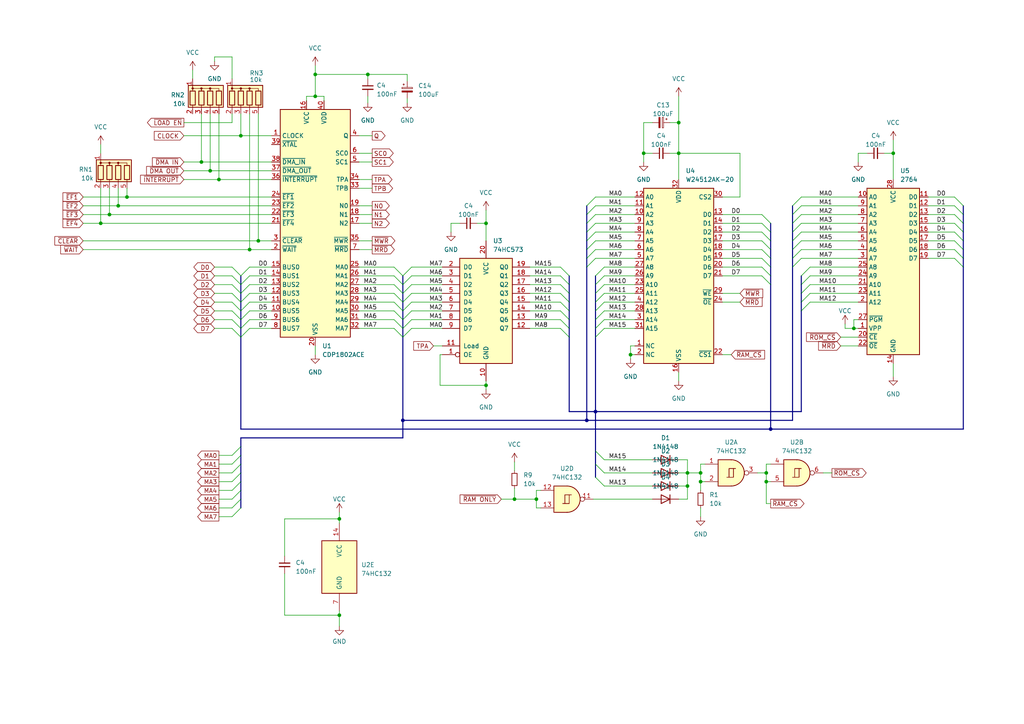
<source format=kicad_sch>
(kicad_sch (version 20230121) (generator eeschema)
  (paper "A4")
  (title_block (title "CPU and memories") (date "2023-04-25") (rev "1") (company "ZLED"))
  (lib_symbols
    (symbol "74xx:74LS132" (pin_names (offset 1.016))
      (property "Reference" "U" (at 0 1.27 0))
      (property "Value" "74LS132" (at 0 -1.27 0))
      (symbol "74LS132_1_1"
        (pin input line (at -7.62 2.54 0) (length 3.81) (name "~") (number "1"))
        (pin input line (at -7.62 -2.54 0) (length 3.81) (name "~") (number "2"))
        (pin output inverted (at 7.62 0 180) (length 3.81) (name "~") (number "3"))
      )
      (symbol "74LS132_1_2"
        (pin input inverted (at -7.62 2.54 0) (length 4.318) (name "~") (number "1"))
        (pin input inverted (at -7.62 -2.54 0) (length 4.318) (name "~") (number "2"))
        (pin output line (at 7.62 0 180) (length 3.81) (name "~") (number "3"))
      )
      (symbol "74LS132_2_1"
        (pin input line (at -7.62 2.54 0) (length 3.81) (name "~") (number "4"))
        (pin input line (at -7.62 -2.54 0) (length 3.81) (name "~") (number "5"))
        (pin output inverted (at 7.62 0 180) (length 3.81) (name "~") (number "6"))
      )
      (symbol "74LS132_2_2"
        (pin input inverted (at -7.62 2.54 0) (length 4.318) (name "~") (number "4"))
        (pin input inverted (at -7.62 -2.54 0) (length 4.318) (name "~") (number "5"))
        (pin output line (at 7.62 0 180) (length 3.81) (name "~") (number "6"))
      )
      (symbol "74LS132_3_1"
        (pin input line (at -7.62 -2.54 0) (length 3.81) (name "~") (number "10"))
        (pin output inverted (at 7.62 0 180) (length 3.81) (name "~") (number "8"))
        (pin input line (at -7.62 2.54 0) (length 3.81) (name "~") (number "9"))
      )
      (symbol "74LS132_3_2"
        (pin input inverted (at -7.62 -2.54 0) (length 4.318) (name "~") (number "10"))
        (pin output line (at 7.62 0 180) (length 3.81) (name "~") (number "8"))
        (pin input inverted (at -7.62 2.54 0) (length 4.318) (name "~") (number "9"))
      )
      (symbol "74LS132_4_1"
        (pin output inverted (at 7.62 0 180) (length 3.81) (name "~") (number "11"))
        (pin input line (at -7.62 2.54 0) (length 3.81) (name "~") (number "12"))
        (pin input line (at -7.62 -2.54 0) (length 3.81) (name "~") (number "13"))
      )
      (symbol "74LS132_4_2"
        (pin output line (at 7.62 0 180) (length 3.81) (name "~") (number "11"))
        (pin input inverted (at -7.62 2.54 0) (length 4.318) (name "~") (number "12"))
        (pin input inverted (at -7.62 -2.54 0) (length 4.318) (name "~") (number "13"))
      )
      (symbol "74LS132_5_0"
        (pin power_in line (at 0 12.7 270) (length 5.08) (name "VCC") (number "14"))
        (pin power_in line (at 0 -12.7 90) (length 5.08) (name "GND") (number "7"))
      )
    )
    (symbol "74xx:74LS573" (pin_names (offset 1.016))
      (property "Reference" "U" (at -7.62 16.51 0))
      (property "Value" "74LS573" (at -7.62 -16.51 0))
      (symbol "74LS573_1_0"
        (pin input inverted (at -12.7 -12.7 0) (length 5.08) (name "OE") (number "1"))
        (pin power_in line (at 0 -20.32 90) (length 5.08) (name "GND") (number "10"))
        (pin input line (at -12.7 -10.16 0) (length 5.08) (name "Load") (number "11"))
        (pin tri_state line (at 12.7 -5.08 180) (length 5.08) (name "Q7") (number "12"))
        (pin tri_state line (at 12.7 -2.54 180) (length 5.08) (name "Q6") (number "13"))
        (pin tri_state line (at 12.7 0 180) (length 5.08) (name "Q5") (number "14"))
        (pin tri_state line (at 12.7 2.54 180) (length 5.08) (name "Q4") (number "15"))
        (pin tri_state line (at 12.7 5.08 180) (length 5.08) (name "Q3") (number "16"))
        (pin tri_state line (at 12.7 7.62 180) (length 5.08) (name "Q2") (number "17"))
        (pin tri_state line (at 12.7 10.16 180) (length 5.08) (name "Q1") (number "18"))
        (pin tri_state line (at 12.7 12.7 180) (length 5.08) (name "Q0") (number "19"))
        (pin input line (at -12.7 12.7 0) (length 5.08) (name "D0") (number "2"))
        (pin power_in line (at 0 20.32 270) (length 5.08) (name "VCC") (number "20"))
        (pin input line (at -12.7 10.16 0) (length 5.08) (name "D1") (number "3"))
        (pin input line (at -12.7 7.62 0) (length 5.08) (name "D2") (number "4"))
        (pin input line (at -12.7 5.08 0) (length 5.08) (name "D3") (number "5"))
        (pin input line (at -12.7 2.54 0) (length 5.08) (name "D4") (number "6"))
        (pin input line (at -12.7 0 0) (length 5.08) (name "D5") (number "7"))
        (pin input line (at -12.7 -2.54 0) (length 5.08) (name "D6") (number "8"))
        (pin input line (at -12.7 -5.08 0) (length 5.08) (name "D7") (number "9"))
      )
    )
    (symbol "CPU:CDP1802ACE"
      (property "Reference" "U" (at -10.16 34.29 0))
      (property "Value" "CDP1802ACE" (at 3.81 34.29 0))
      (symbol "CDP1802ACE_1_1"
        (pin input line (at -12.7 25.4 0) (length 2.54) (name "CLOCK") (number "1"))
        (pin bidirectional line (at -12.7 -25.4 0) (length 2.54) (name "BUS5") (number "10"))
        (pin bidirectional line (at -12.7 -22.86 0) (length 2.54) (name "BUS4") (number "11"))
        (pin bidirectional line (at -12.7 -20.32 0) (length 2.54) (name "BUS3") (number "12"))
        (pin bidirectional line (at -12.7 -17.78 0) (length 2.54) (name "BUS2") (number "13"))
        (pin bidirectional line (at -12.7 -15.24 0) (length 2.54) (name "BUS1") (number "14"))
        (pin bidirectional line (at -12.7 -12.7 0) (length 2.54) (name "BUS0") (number "15"))
        (pin power_in line (at -2.54 35.56 270) (length 2.54) (name "VCC") (number "16"))
        (pin output line (at 12.7 0 180) (length 2.54) (name "N2") (number "17"))
        (pin output line (at 12.7 2.54 180) (length 2.54) (name "N1") (number "18"))
        (pin output line (at 12.7 5.08 180) (length 2.54) (name "N0") (number "19"))
        (pin input line (at -12.7 -7.62 0) (length 2.54) (name "~{WAIT}") (number "2"))
        (pin power_in line (at 0 -35.56 90) (length 2.54) (name "VSS") (number "20"))
        (pin input line (at -12.7 0 0) (length 2.54) (name "~{EF4}") (number "21"))
        (pin input line (at -12.7 2.54 0) (length 2.54) (name "~{EF3}") (number "22"))
        (pin input line (at -12.7 5.08 0) (length 2.54) (name "~{EF2}") (number "23"))
        (pin input line (at -12.7 7.62 0) (length 2.54) (name "~{EF1}") (number "24"))
        (pin output line (at 12.7 -12.7 180) (length 2.54) (name "MA0") (number "25"))
        (pin output line (at 12.7 -15.24 180) (length 2.54) (name "MA1") (number "26"))
        (pin output line (at 12.7 -17.78 180) (length 2.54) (name "MA2") (number "27"))
        (pin output line (at 12.7 -20.32 180) (length 2.54) (name "MA3") (number "28"))
        (pin output line (at 12.7 -22.86 180) (length 2.54) (name "MA4") (number "29"))
        (pin input line (at -12.7 -5.08 0) (length 2.54) (name "~{CLEAR}") (number "3"))
        (pin output line (at 12.7 -25.4 180) (length 2.54) (name "MA5") (number "30"))
        (pin output line (at 12.7 -27.94 180) (length 2.54) (name "MA6") (number "31"))
        (pin output line (at 12.7 -30.48 180) (length 2.54) (name "MA7") (number "32"))
        (pin output line (at 12.7 10.16 180) (length 2.54) (name "TPB") (number "33"))
        (pin output line (at 12.7 12.7 180) (length 2.54) (name "TPA") (number "34"))
        (pin output line (at 12.7 -5.08 180) (length 2.54) (name "~{MWR}") (number "35"))
        (pin input line (at -12.7 12.7 0) (length 2.54) (name "~{INTERRUPT}") (number "36"))
        (pin input line (at -12.7 15.24 0) (length 2.54) (name "~{DMA_OUT}") (number "37"))
        (pin input line (at -12.7 17.78 0) (length 2.54) (name "~{DMA_IN}") (number "38"))
        (pin output line (at -12.7 22.86 0) (length 2.54) (name "~{XTAL}") (number "39"))
        (pin output line (at 12.7 25.4 180) (length 2.54) (name "Q") (number "4"))
        (pin power_in line (at 2.54 35.56 270) (length 2.54) (name "VDD") (number "40"))
        (pin output line (at 12.7 17.78 180) (length 2.54) (name "SC1") (number "5"))
        (pin output line (at 12.7 20.32 180) (length 2.54) (name "SC0") (number "6"))
        (pin output line (at 12.7 -7.62 180) (length 2.54) (name "~{MRD}") (number "7"))
        (pin bidirectional line (at -12.7 -30.48 0) (length 2.54) (name "BUS7") (number "8"))
        (pin bidirectional line (at -12.7 -27.94 0) (length 2.54) (name "BUS6") (number "9"))
      )
    )
    (symbol "Device:C_Polarized_Small" (pin_numbers hide) (pin_names (offset 0.254) hide)
      (property "Reference" "C" (at 0.254 1.778 0))
      (property "Value" "C_Polarized_Small" (at 0.254 -2.032 0))
      (symbol "C_Polarized_Small_1_1"
        (pin passive line (at 0 2.54 270) (length 1.8542) (name "~") (number "1"))
        (pin passive line (at 0 -2.54 90) (length 1.8542) (name "~") (number "2"))
      )
    )
    (symbol "Device:C_Small" (pin_numbers hide) (pin_names (offset 0.254) hide)
      (property "Reference" "C" (at 0.254 1.778 0))
      (property "Value" "C_Small" (at 0.254 -2.032 0))
      (symbol "C_Small_1_1"
        (pin passive line (at 0 2.54 270) (length 2.032) (name "~") (number "1"))
        (pin passive line (at 0 -2.54 90) (length 2.032) (name "~") (number "2"))
      )
    )
    (symbol "Device:R_Network04" (pin_names (offset 0) hide)
      (property "Reference" "RN" (at -7.62 0 90))
      (property "Value" "R_Network04" (at 5.08 0 90))
      (symbol "R_Network04_1_1"
        (pin passive line (at -5.08 5.08 270) (length 2.54) (name "common") (number "1"))
        (pin passive line (at -5.08 -5.08 90) (length 1.27) (name "R1") (number "2"))
        (pin passive line (at -2.54 -5.08 90) (length 1.27) (name "R2") (number "3"))
        (pin passive line (at 0 -5.08 90) (length 1.27) (name "R3") (number "4"))
        (pin passive line (at 2.54 -5.08 90) (length 1.27) (name "R4") (number "5"))
      )
    )
    (symbol "Device:R_Small" (pin_numbers hide) (pin_names (offset 0.254) hide)
      (property "Reference" "R" (at 0.762 0.508 0))
      (property "Value" "R_Small" (at 0.762 -1.016 0))
      (symbol "R_Small_1_1"
        (pin passive line (at 0 2.54 270) (length 0.762) (name "~") (number "1"))
        (pin passive line (at 0 -2.54 90) (length 0.762) (name "~") (number "2"))
      )
    )
    (symbol "Diode:1N4148" (pin_numbers hide) (pin_names (offset 1.016) hide)
      (property "Reference" "D" (at 0 2.54 0))
      (property "Value" "1N4148" (at 0 -2.54 0))
      (symbol "1N4148_1_1"
        (pin passive line (at -3.81 0 0) (length 2.54) (name "K") (number "1"))
        (pin passive line (at 3.81 0 180) (length 2.54) (name "A") (number "2"))
      )
    )
    (symbol "GND_2" (power) (pin_names (offset 0))
      (property "Value" "GND_2" (at 0 -3.81 0))
      (symbol "GND_2_1_1"
        (pin power_in line (at 0 0 270) (length 0) hide (name "GND") (number "1"))
      )
    )
    (symbol "Memory_EPROM:2764"
      (property "Reference" "U" (at -7.62 24.13 0))
      (property "Value" "2764" (at 2.54 -26.67 0))
      (symbol "2764_1_1"
        (pin input line (at -10.16 -17.78 0) (length 2.54) (name "VPP") (number "1"))
        (pin input line (at -10.16 20.32 0) (length 2.54) (name "A0") (number "10"))
        (pin tri_state line (at 10.16 20.32 180) (length 2.54) (name "D0") (number "11"))
        (pin tri_state line (at 10.16 17.78 180) (length 2.54) (name "D1") (number "12"))
        (pin tri_state line (at 10.16 15.24 180) (length 2.54) (name "D2") (number "13"))
        (pin power_in line (at 0 -27.94 90) (length 2.54) (name "GND") (number "14"))
        (pin tri_state line (at 10.16 12.7 180) (length 2.54) (name "D3") (number "15"))
        (pin tri_state line (at 10.16 10.16 180) (length 2.54) (name "D4") (number "16"))
        (pin tri_state line (at 10.16 7.62 180) (length 2.54) (name "D5") (number "17"))
        (pin tri_state line (at 10.16 5.08 180) (length 2.54) (name "D6") (number "18"))
        (pin tri_state line (at 10.16 2.54 180) (length 2.54) (name "D7") (number "19"))
        (pin input line (at -10.16 -10.16 0) (length 2.54) (name "A12") (number "2"))
        (pin input line (at -10.16 -20.32 0) (length 2.54) (name "~{CE}") (number "20"))
        (pin input line (at -10.16 -5.08 0) (length 2.54) (name "A10") (number "21"))
        (pin input line (at -10.16 -22.86 0) (length 2.54) (name "~{OE}") (number "22"))
        (pin input line (at -10.16 -7.62 0) (length 2.54) (name "A11") (number "23"))
        (pin input line (at -10.16 -2.54 0) (length 2.54) (name "A9") (number "24"))
        (pin input line (at -10.16 0 0) (length 2.54) (name "A8") (number "25"))
        (pin no_connect line (at 7.62 0 180) (length 2.54) hide (name "NC") (number "26"))
        (pin input line (at -10.16 -15.24 0) (length 2.54) (name "~{PGM}") (number "27"))
        (pin power_in line (at 0 25.4 270) (length 2.54) (name "VCC") (number "28"))
        (pin input line (at -10.16 2.54 0) (length 2.54) (name "A7") (number "3"))
        (pin input line (at -10.16 5.08 0) (length 2.54) (name "A6") (number "4"))
        (pin input line (at -10.16 7.62 0) (length 2.54) (name "A5") (number "5"))
        (pin input line (at -10.16 10.16 0) (length 2.54) (name "A4") (number "6"))
        (pin input line (at -10.16 12.7 0) (length 2.54) (name "A3") (number "7"))
        (pin input line (at -10.16 15.24 0) (length 2.54) (name "A2") (number "8"))
        (pin input line (at -10.16 17.78 0) (length 2.54) (name "A1") (number "9"))
      )
    )
    (symbol "Ram:W24512AK-20"
      (property "Reference" "U" (at -8.89 19.05 0))
      (property "Value" "W24512AK-20" (at 16.51 19.05 0))
      (symbol "W24512AK-20_1_1"
        (pin power_in line (at -12.7 -29.21 0) (length 2.54) (name "NC") (number "1"))
        (pin input line (at -12.7 8.89 0) (length 2.54) (name "A2") (number "10"))
        (pin input line (at -12.7 11.43 0) (length 2.54) (name "A1") (number "11"))
        (pin input line (at -12.7 13.97 0) (length 2.54) (name "A0") (number "12"))
        (pin tri_state line (at 12.7 8.89 180) (length 2.54) (name "D0") (number "13"))
        (pin tri_state line (at 12.7 6.35 180) (length 2.54) (name "D1") (number "14"))
        (pin tri_state line (at 12.7 3.81 180) (length 2.54) (name "D2") (number "15"))
        (pin power_in line (at 0 -36.83 90) (length 2.54) (name "VSS") (number "16"))
        (pin tri_state line (at 12.7 1.27 180) (length 2.54) (name "D3") (number "17"))
        (pin tri_state line (at 12.7 -1.27 180) (length 2.54) (name "D4") (number "18"))
        (pin tri_state line (at 12.7 -3.81 180) (length 2.54) (name "D5") (number "19"))
        (pin power_in line (at -12.7 -31.75 0) (length 2.54) (name "NC") (number "2"))
        (pin tri_state line (at 12.7 -6.35 180) (length 2.54) (name "D6") (number "20"))
        (pin tri_state line (at 12.7 -8.89 180) (length 2.54) (name "D7") (number "21"))
        (pin input line (at 12.7 -31.75 180) (length 2.54) (name "~{CS1}") (number "22"))
        (pin input line (at -12.7 -11.43 0) (length 2.54) (name "A10") (number "23"))
        (pin input line (at 12.7 -16.51 180) (length 2.54) (name "~{OE}") (number "24"))
        (pin input line (at -12.7 -13.97 0) (length 2.54) (name "A11") (number "25"))
        (pin input line (at -12.7 -8.89 0) (length 2.54) (name "A9") (number "26"))
        (pin input line (at -12.7 -6.35 0) (length 2.54) (name "A8") (number "27"))
        (pin input line (at -12.7 -19.05 0) (length 2.54) (name "A13") (number "28"))
        (pin input line (at 12.7 -13.97 180) (length 2.54) (name "~{WE}") (number "29"))
        (pin input line (at -12.7 -21.59 0) (length 2.54) (name "A14") (number "3"))
        (pin input line (at 12.7 13.97 180) (length 2.54) (name "CS2") (number "30"))
        (pin input line (at -12.7 -24.13 0) (length 2.54) (name "A15") (number "31"))
        (pin power_in line (at 0 19.05 270) (length 2.54) (name "VDD") (number "32"))
        (pin input line (at -12.7 -16.51 0) (length 2.54) (name "A12") (number "4"))
        (pin input line (at -12.7 -3.81 0) (length 2.54) (name "A7") (number "5"))
        (pin input line (at -12.7 -1.27 0) (length 2.54) (name "A6") (number "6"))
        (pin input line (at -12.7 1.27 0) (length 2.54) (name "A5") (number "7"))
        (pin input line (at -12.7 3.81 0) (length 2.54) (name "A4") (number "8"))
        (pin input line (at -12.7 6.35 0) (length 2.54) (name "A3") (number "9"))
      )
    )
    (symbol "VCC_1" (power) (pin_names (offset 0))
      (property "Value" "VCC_1" (at 0 3.81 0))
      (symbol "VCC_1_1_1"
        (pin power_in line (at 0 0 90) (length 0) hide (name "VCC") (number "1"))
      )
    )
    (symbol "power:GND" (power) (pin_names (offset 0))
      (property "Value" "GND" (at 0 -3.81 0))
      (symbol "GND_1_1"
        (pin power_in line (at 0 0 270) (length 0) hide (name "GND") (number "1"))
      )
    )
    (symbol "power:VCC" (power) (pin_names (offset 0))
      (property "Value" "VCC" (at 0 3.81 0))
      (symbol "VCC_1_1"
        (pin power_in line (at 0 0 90) (length 0) hide (name "VCC") (number "1"))
      )
    )
  )
  (junction (at 72.39 72.39))
  (junction (at 34.29 59.69))
  (junction (at 155.575 144.78))
  (junction (at 91.44 21.59))
  (junction (at 203.2 137.16))
  (junction (at 140.97 111.76))
  (junction (at 98.425 150.495))
  (junction (at 196.85 44.45))
  (junction (at 222.25 139.7))
  (junction (at 91.44 27.94))
  (junction (at 36.83 57.15))
  (junction (at 223.52 124.46))
  (junction (at 106.68 21.59))
  (junction (at 63.5 52.07))
  (junction (at 199.39 140.97))
  (junction (at 259.08 44.45))
  (junction (at 140.97 64.77))
  (junction (at 29.21 64.77))
  (junction (at 186.69 44.45))
  (junction (at 60.96 49.53))
  (junction (at 199.39 137.16))
  (junction (at 196.85 35.56))
  (junction (at 172.72 119.38))
  (junction (at 170.18 121.92))
  (junction (at 149.225 144.78))
  (junction (at 58.42 46.99))
  (junction (at 69.85 39.37))
  (junction (at 247.65 95.25))
  (junction (at 182.88 102.87))
  (junction (at 74.93 69.85))
  (junction (at 222.25 137.16))
  (junction (at 31.75 62.23))
  (junction (at 98.425 178.435))
  (junction (at 203.2 139.7))
  (junction (at 116.84 121.92))
  (bus_entry (at 67.31 85.09) (size 2.54 2.54))
  (bus_entry (at 220.98 80.01) (size 2.54 2.54))
  (bus_entry (at 220.98 67.31) (size 2.54 2.54))
  (bus_entry (at 276.86 59.69) (size 2.54 2.54))
  (bus_entry (at 220.98 72.39) (size 2.54 2.54))
  (bus_entry (at 229.87 74.93) (size 2.54 -2.54))
  (bus_entry (at 67.31 137.16) (size 2.54 -2.54))
  (bus_entry (at 220.98 64.77) (size 2.54 2.54))
  (bus_entry (at 276.86 64.77) (size 2.54 2.54))
  (bus_entry (at 162.56 82.55) (size 2.54 2.54))
  (bus_entry (at 175.26 90.17) (size -2.54 2.54))
  (bus_entry (at 69.85 80.01) (size 2.54 -2.54))
  (bus_entry (at 162.56 85.09) (size 2.54 2.54))
  (bus_entry (at 276.86 72.39) (size 2.54 2.54))
  (bus_entry (at 114.3 95.25) (size 2.54 2.54))
  (bus_entry (at 119.38 90.17) (size -2.54 2.54))
  (bus_entry (at 172.72 59.69) (size -2.54 2.54))
  (bus_entry (at 67.31 147.32) (size 2.54 -2.54))
  (bus_entry (at 276.86 62.23) (size 2.54 2.54))
  (bus_entry (at 162.56 77.47) (size 2.54 2.54))
  (bus_entry (at 67.31 90.17) (size 2.54 2.54))
  (bus_entry (at 162.56 80.01) (size 2.54 2.54))
  (bus_entry (at 175.26 85.09) (size -2.54 2.54))
  (bus_entry (at 67.31 142.24) (size 2.54 -2.54))
  (bus_entry (at 172.72 64.77) (size -2.54 2.54))
  (bus_entry (at 229.87 67.31) (size 2.54 -2.54))
  (bus_entry (at 276.86 57.15) (size 2.54 2.54))
  (bus_entry (at 232.41 82.55) (size 2.54 -2.54))
  (bus_entry (at 172.72 138.43) (size 2.54 2.54))
  (bus_entry (at 119.38 82.55) (size -2.54 2.54))
  (bus_entry (at 172.72 69.85) (size -2.54 2.54))
  (bus_entry (at 67.31 132.08) (size 2.54 -2.54))
  (bus_entry (at 172.72 62.23) (size -2.54 2.54))
  (bus_entry (at 114.3 85.09) (size 2.54 2.54))
  (bus_entry (at 276.86 67.31) (size 2.54 2.54))
  (bus_entry (at 114.3 82.55) (size 2.54 2.54))
  (bus_entry (at 220.98 77.47) (size 2.54 2.54))
  (bus_entry (at 229.87 69.85) (size 2.54 -2.54))
  (bus_entry (at 175.26 95.25) (size -2.54 2.54))
  (bus_entry (at 67.31 77.47) (size 2.54 2.54))
  (bus_entry (at 175.26 77.47) (size -2.54 2.54))
  (bus_entry (at 232.41 85.09) (size 2.54 -2.54))
  (bus_entry (at 229.87 77.47) (size 2.54 -2.54))
  (bus_entry (at 114.3 87.63) (size 2.54 2.54))
  (bus_entry (at 162.56 90.17) (size 2.54 2.54))
  (bus_entry (at 162.56 92.71) (size 2.54 2.54))
  (bus_entry (at 69.85 95.25) (size 2.54 -2.54))
  (bus_entry (at 276.86 74.93) (size 2.54 2.54))
  (bus_entry (at 229.87 72.39) (size 2.54 -2.54))
  (bus_entry (at 220.98 74.93) (size 2.54 2.54))
  (bus_entry (at 69.85 90.17) (size 2.54 -2.54))
  (bus_entry (at 69.85 85.09) (size 2.54 -2.54))
  (bus_entry (at 67.31 80.01) (size 2.54 2.54))
  (bus_entry (at 172.72 72.39) (size -2.54 2.54))
  (bus_entry (at 172.72 57.15) (size -2.54 2.54))
  (bus_entry (at 67.31 92.71) (size 2.54 2.54))
  (bus_entry (at 119.38 92.71) (size -2.54 2.54))
  (bus_entry (at 175.26 92.71) (size -2.54 2.54))
  (bus_entry (at 229.87 62.23) (size 2.54 -2.54))
  (bus_entry (at 119.38 95.25) (size -2.54 2.54))
  (bus_entry (at 67.31 87.63) (size 2.54 2.54))
  (bus_entry (at 162.56 87.63) (size 2.54 2.54))
  (bus_entry (at 114.3 77.47) (size 2.54 2.54))
  (bus_entry (at 232.41 87.63) (size 2.54 -2.54))
  (bus_entry (at 172.72 130.81) (size 2.54 2.54))
  (bus_entry (at 172.72 74.93) (size -2.54 2.54))
  (bus_entry (at 69.85 87.63) (size 2.54 -2.54))
  (bus_entry (at 119.38 87.63) (size -2.54 2.54))
  (bus_entry (at 67.31 144.78) (size 2.54 -2.54))
  (bus_entry (at 232.41 90.17) (size 2.54 -2.54))
  (bus_entry (at 229.87 59.69) (size 2.54 -2.54))
  (bus_entry (at 276.86 69.85) (size 2.54 2.54))
  (bus_entry (at 114.3 90.17) (size 2.54 2.54))
  (bus_entry (at 175.26 82.55) (size -2.54 2.54))
  (bus_entry (at 67.31 82.55) (size 2.54 2.54))
  (bus_entry (at 69.85 92.71) (size 2.54 -2.54))
  (bus_entry (at 119.38 77.47) (size -2.54 2.54))
  (bus_entry (at 162.56 95.25) (size 2.54 2.54))
  (bus_entry (at 234.95 77.47) (size -2.54 2.54))
  (bus_entry (at 119.38 80.01) (size -2.54 2.54))
  (bus_entry (at 119.38 85.09) (size -2.54 2.54))
  (bus_entry (at 67.31 139.7) (size 2.54 -2.54))
  (bus_entry (at 229.87 64.77) (size 2.54 -2.54))
  (bus_entry (at 114.3 80.01) (size 2.54 2.54))
  (bus_entry (at 67.31 134.62) (size 2.54 -2.54))
  (bus_entry (at 69.85 82.55) (size 2.54 -2.54))
  (bus_entry (at 67.31 95.25) (size 2.54 2.54))
  (bus_entry (at 175.26 80.01) (size -2.54 2.54))
  (bus_entry (at 172.72 67.31) (size -2.54 2.54))
  (bus_entry (at 220.98 69.85) (size 2.54 2.54))
  (bus_entry (at 175.26 87.63) (size -2.54 2.54))
  (bus_entry (at 114.3 92.71) (size 2.54 2.54))
  (bus_entry (at 69.85 97.79) (size 2.54 -2.54))
  (bus_entry (at 67.31 149.86) (size 2.54 -2.54))
  (bus_entry (at 220.98 62.23) (size 2.54 2.54))
  (bus_entry (at 172.72 134.62) (size 2.54 2.54))
  (bus (pts (xy 116.84 80.01) (xy 116.84 82.55)))
  (wire (pts (xy 153.67 82.55) (xy 162.56 82.55)))
  (wire (pts (xy 243.84 97.79) (xy 248.92 97.79)))
  (bus (pts (xy 229.87 69.85) (xy 229.87 72.39)))
  (wire (pts (xy 53.34 35.56) (xy 67.31 35.56)))
  (wire (pts (xy 72.39 95.25) (xy 78.74 95.25)))
  (wire (pts (xy 175.26 137.16) (xy 189.23 137.16)))
  (wire (pts (xy 232.41 64.77) (xy 248.92 64.77)))
  (wire (pts (xy 204.47 134.62) (xy 203.2 134.62)))
  (bus (pts (xy 69.85 129.54) (xy 69.85 132.08)))
  (wire (pts (xy 153.67 95.25) (xy 162.56 95.25)))
  (wire (pts (xy 62.23 90.17) (xy 67.31 90.17)))
  (wire (pts (xy 269.24 67.31) (xy 276.86 67.31)))
  (wire (pts (xy 196.85 44.45) (xy 196.85 52.07)))
  (wire (pts (xy 140.97 111.76) (xy 140.97 113.03)))
  (wire (pts (xy 172.085 144.78) (xy 189.23 144.78)))
  (bus (pts (xy 165.1 97.79) (xy 165.1 119.38)))
  (wire (pts (xy 91.44 19.05) (xy 91.44 21.59)))
  (wire (pts (xy 153.67 80.01) (xy 162.56 80.01)))
  (bus (pts (xy 223.52 77.47) (xy 223.52 80.01)))
  (bus (pts (xy 69.85 144.78) (xy 69.85 147.32)))
  (wire (pts (xy 172.72 64.77) (xy 184.15 64.77)))
  (wire (pts (xy 209.55 72.39) (xy 220.98 72.39)))
  (wire (pts (xy 196.85 110.49) (xy 196.85 107.95)))
  (wire (pts (xy 175.26 80.01) (xy 184.15 80.01)))
  (wire (pts (xy 186.69 35.56) (xy 186.69 44.45)))
  (wire (pts (xy 91.44 100.33) (xy 91.44 102.87)))
  (wire (pts (xy 72.39 92.71) (xy 78.74 92.71)))
  (wire (pts (xy 104.14 80.01) (xy 114.3 80.01)))
  (wire (pts (xy 238.76 137.16) (xy 241.3 137.16)))
  (bus (pts (xy 165.1 85.09) (xy 165.1 87.63)))
  (bus (pts (xy 116.84 121.92) (xy 170.18 121.92)))
  (wire (pts (xy 119.38 85.09) (xy 128.27 85.09)))
  (wire (pts (xy 172.72 72.39) (xy 184.15 72.39)))
  (bus (pts (xy 69.85 90.17) (xy 69.85 92.71)))
  (bus (pts (xy 232.41 85.09) (xy 232.41 87.63)))
  (wire (pts (xy 119.38 87.63) (xy 128.27 87.63)))
  (wire (pts (xy 209.55 64.77) (xy 220.98 64.77)))
  (wire (pts (xy 234.95 80.01) (xy 248.92 80.01)))
  (bus (pts (xy 69.85 82.55) (xy 69.85 85.09)))
  (wire (pts (xy 53.34 52.07) (xy 63.5 52.07)))
  (bus (pts (xy 116.84 121.92) (xy 116.84 127)))
  (wire (pts (xy 248.92 46.99) (xy 248.92 44.45)))
  (wire (pts (xy 209.55 102.87) (xy 212.09 102.87)))
  (bus (pts (xy 69.85 124.46) (xy 223.52 124.46)))
  (bus (pts (xy 172.72 80.01) (xy 172.72 82.55)))
  (wire (pts (xy 175.26 92.71) (xy 184.15 92.71)))
  (bus (pts (xy 232.41 82.55) (xy 232.41 85.09)))
  (bus (pts (xy 232.41 90.17) (xy 232.41 119.38)))
  (wire (pts (xy 223.52 139.7) (xy 222.25 139.7)))
  (wire (pts (xy 209.55 77.47) (xy 220.98 77.47)))
  (wire (pts (xy 58.42 46.99) (xy 78.74 46.99)))
  (wire (pts (xy 93.98 29.21) (xy 93.98 27.94)))
  (wire (pts (xy 119.38 77.47) (xy 128.27 77.47)))
  (bus (pts (xy 69.85 137.16) (xy 69.85 139.7)))
  (bus (pts (xy 170.18 69.85) (xy 170.18 72.39)))
  (wire (pts (xy 189.23 35.56) (xy 186.69 35.56)))
  (wire (pts (xy 155.575 144.78) (xy 155.575 147.32)))
  (wire (pts (xy 243.84 100.33) (xy 248.92 100.33)))
  (wire (pts (xy 175.26 95.25) (xy 184.15 95.25)))
  (wire (pts (xy 175.26 90.17) (xy 184.15 90.17)))
  (wire (pts (xy 194.31 35.56) (xy 196.85 35.56)))
  (wire (pts (xy 67.31 35.56) (xy 67.31 33.02)))
  (wire (pts (xy 186.69 44.45) (xy 186.69 46.99)))
  (wire (pts (xy 128.27 102.87) (xy 127.635 102.87)))
  (bus (pts (xy 279.4 64.77) (xy 279.4 67.31)))
  (wire (pts (xy 175.26 77.47) (xy 184.15 77.47)))
  (wire (pts (xy 232.41 62.23) (xy 248.92 62.23)))
  (wire (pts (xy 209.55 62.23) (xy 220.98 62.23)))
  (wire (pts (xy 234.95 85.09) (xy 248.92 85.09)))
  (wire (pts (xy 104.14 46.99) (xy 107.95 46.99)))
  (wire (pts (xy 199.39 144.78) (xy 196.85 144.78)))
  (wire (pts (xy 104.14 44.45) (xy 107.95 44.45)))
  (wire (pts (xy 62.23 80.01) (xy 67.31 80.01)))
  (bus (pts (xy 223.52 82.55) (xy 223.52 124.46)))
  (wire (pts (xy 247.65 92.71) (xy 248.92 92.71)))
  (bus (pts (xy 69.85 80.01) (xy 69.85 82.55)))
  (wire (pts (xy 153.67 92.71) (xy 162.56 92.71)))
  (wire (pts (xy 104.14 54.61) (xy 107.95 54.61)))
  (bus (pts (xy 165.1 80.01) (xy 165.1 82.55)))
  (bus (pts (xy 172.72 134.62) (xy 172.72 138.43)))
  (wire (pts (xy 209.55 57.15) (xy 214.63 57.15)))
  (wire (pts (xy 247.65 95.25) (xy 247.65 92.71)))
  (bus (pts (xy 229.87 72.39) (xy 229.87 74.93)))
  (wire (pts (xy 248.92 95.25) (xy 247.65 95.25)))
  (bus (pts (xy 69.85 142.24) (xy 69.85 144.78)))
  (wire (pts (xy 93.98 27.94) (xy 91.44 27.94)))
  (bus (pts (xy 170.18 74.93) (xy 170.18 77.47)))
  (wire (pts (xy 53.34 46.99) (xy 58.42 46.99)))
  (wire (pts (xy 55.88 20.32) (xy 55.88 22.86)))
  (wire (pts (xy 104.14 72.39) (xy 107.95 72.39)))
  (wire (pts (xy 182.88 100.33) (xy 182.88 102.87)))
  (bus (pts (xy 172.72 90.17) (xy 172.72 92.71)))
  (wire (pts (xy 214.63 57.15) (xy 214.63 44.45)))
  (wire (pts (xy 62.23 77.47) (xy 67.31 77.47)))
  (wire (pts (xy 36.83 54.61) (xy 36.83 57.15)))
  (wire (pts (xy 63.5 134.62) (xy 67.31 134.62)))
  (wire (pts (xy 98.425 178.435) (xy 98.425 181.61)))
  (wire (pts (xy 182.88 102.87) (xy 182.88 104.14)))
  (wire (pts (xy 63.5 52.07) (xy 78.74 52.07)))
  (wire (pts (xy 104.14 82.55) (xy 114.3 82.55)))
  (wire (pts (xy 232.41 69.85) (xy 248.92 69.85)))
  (bus (pts (xy 223.52 80.01) (xy 223.52 82.55)))
  (wire (pts (xy 133.35 64.77) (xy 130.81 64.77)))
  (wire (pts (xy 29.21 54.61) (xy 29.21 64.77)))
  (wire (pts (xy 269.24 64.77) (xy 276.86 64.77)))
  (wire (pts (xy 140.97 60.96) (xy 140.97 64.77)))
  (bus (pts (xy 170.18 59.69) (xy 170.18 62.23)))
  (wire (pts (xy 53.34 39.37) (xy 69.85 39.37)))
  (bus (pts (xy 279.4 67.31) (xy 279.4 69.85)))
  (wire (pts (xy 118.11 23.495) (xy 118.11 21.59)))
  (wire (pts (xy 98.425 148.59) (xy 98.425 150.495)))
  (bus (pts (xy 172.72 97.79) (xy 172.72 119.38)))
  (bus (pts (xy 69.85 92.71) (xy 69.85 95.25)))
  (wire (pts (xy 104.14 90.17) (xy 114.3 90.17)))
  (wire (pts (xy 24.13 72.39) (xy 72.39 72.39)))
  (wire (pts (xy 24.13 59.69) (xy 34.29 59.69)))
  (wire (pts (xy 119.38 95.25) (xy 128.27 95.25)))
  (bus (pts (xy 229.87 74.93) (xy 229.87 77.47)))
  (bus (pts (xy 279.4 72.39) (xy 279.4 74.93)))
  (wire (pts (xy 72.39 87.63) (xy 78.74 87.63)))
  (bus (pts (xy 229.87 77.47) (xy 229.87 121.92)))
  (wire (pts (xy 104.14 59.69) (xy 107.95 59.69)))
  (wire (pts (xy 269.24 74.93) (xy 276.86 74.93)))
  (wire (pts (xy 36.83 57.15) (xy 78.74 57.15)))
  (wire (pts (xy 69.85 33.02) (xy 69.85 39.37)))
  (wire (pts (xy 256.54 44.45) (xy 259.08 44.45)))
  (wire (pts (xy 104.14 77.47) (xy 114.3 77.47)))
  (wire (pts (xy 209.55 74.93) (xy 220.98 74.93)))
  (wire (pts (xy 209.55 67.31) (xy 220.98 67.31)))
  (wire (pts (xy 82.55 166.37) (xy 82.55 178.435)))
  (wire (pts (xy 72.39 33.02) (xy 72.39 72.39)))
  (wire (pts (xy 63.5 147.32) (xy 67.31 147.32)))
  (wire (pts (xy 82.55 161.29) (xy 82.55 150.495)))
  (wire (pts (xy 209.55 69.85) (xy 220.98 69.85)))
  (wire (pts (xy 69.85 39.37) (xy 78.74 39.37)))
  (wire (pts (xy 245.11 93.98) (xy 245.11 95.25)))
  (bus (pts (xy 165.1 92.71) (xy 165.1 95.25)))
  (wire (pts (xy 60.96 49.53) (xy 78.74 49.53)))
  (wire (pts (xy 98.425 150.495) (xy 98.425 151.765)))
  (wire (pts (xy 63.5 149.86) (xy 67.31 149.86)))
  (bus (pts (xy 172.72 82.55) (xy 172.72 85.09)))
  (wire (pts (xy 31.75 54.61) (xy 31.75 62.23)))
  (wire (pts (xy 209.55 85.09) (xy 214.63 85.09)))
  (wire (pts (xy 232.41 72.39) (xy 248.92 72.39)))
  (bus (pts (xy 170.18 62.23) (xy 170.18 64.77)))
  (bus (pts (xy 69.85 97.79) (xy 69.85 124.46)))
  (bus (pts (xy 116.84 90.17) (xy 116.84 92.71)))
  (wire (pts (xy 175.26 85.09) (xy 184.15 85.09)))
  (wire (pts (xy 172.72 62.23) (xy 184.15 62.23)))
  (wire (pts (xy 82.55 150.495) (xy 98.425 150.495)))
  (wire (pts (xy 199.39 133.35) (xy 199.39 137.16)))
  (wire (pts (xy 149.225 133.985) (xy 149.225 136.525)))
  (wire (pts (xy 196.85 35.56) (xy 196.85 44.45)))
  (wire (pts (xy 232.41 57.15) (xy 248.92 57.15)))
  (bus (pts (xy 279.4 77.47) (xy 279.4 124.46)))
  (bus (pts (xy 279.4 62.23) (xy 279.4 64.77)))
  (wire (pts (xy 232.41 67.31) (xy 248.92 67.31)))
  (bus (pts (xy 223.52 74.93) (xy 223.52 77.47)))
  (wire (pts (xy 91.44 21.59) (xy 91.44 27.94)))
  (wire (pts (xy 74.93 33.02) (xy 74.93 69.85)))
  (bus (pts (xy 172.72 130.81) (xy 172.72 134.62)))
  (wire (pts (xy 34.29 54.61) (xy 34.29 59.69)))
  (wire (pts (xy 98.425 177.165) (xy 98.425 178.435)))
  (wire (pts (xy 196.85 133.35) (xy 199.39 133.35)))
  (wire (pts (xy 72.39 82.55) (xy 78.74 82.55)))
  (bus (pts (xy 116.84 97.79) (xy 116.84 121.92)))
  (wire (pts (xy 189.23 44.45) (xy 186.69 44.45)))
  (wire (pts (xy 63.5 132.08) (xy 67.31 132.08)))
  (bus (pts (xy 116.84 92.71) (xy 116.84 95.25)))
  (wire (pts (xy 172.72 57.15) (xy 184.15 57.15)))
  (bus (pts (xy 223.52 69.85) (xy 223.52 72.39)))
  (wire (pts (xy 172.72 74.93) (xy 184.15 74.93)))
  (bus (pts (xy 232.41 80.01) (xy 232.41 82.55)))
  (bus (pts (xy 116.84 95.25) (xy 116.84 97.79)))
  (bus (pts (xy 170.18 72.39) (xy 170.18 74.93)))
  (bus (pts (xy 69.85 127) (xy 69.85 129.54)))
  (wire (pts (xy 223.52 146.05) (xy 222.25 146.05)))
  (wire (pts (xy 138.43 64.77) (xy 140.97 64.77)))
  (wire (pts (xy 182.88 102.87) (xy 184.15 102.87)))
  (bus (pts (xy 170.18 121.92) (xy 229.87 121.92)))
  (bus (pts (xy 223.52 124.46) (xy 279.4 124.46)))
  (wire (pts (xy 269.24 62.23) (xy 276.86 62.23)))
  (wire (pts (xy 62.23 92.71) (xy 67.31 92.71)))
  (wire (pts (xy 203.2 134.62) (xy 203.2 137.16)))
  (wire (pts (xy 72.39 85.09) (xy 78.74 85.09)))
  (wire (pts (xy 104.14 87.63) (xy 114.3 87.63)))
  (wire (pts (xy 104.14 39.37) (xy 107.95 39.37)))
  (wire (pts (xy 63.5 142.24) (xy 67.31 142.24)))
  (bus (pts (xy 165.1 87.63) (xy 165.1 90.17)))
  (wire (pts (xy 232.41 59.69) (xy 248.92 59.69)))
  (wire (pts (xy 118.11 28.575) (xy 118.11 29.845)))
  (wire (pts (xy 31.75 62.23) (xy 78.74 62.23)))
  (wire (pts (xy 104.14 92.71) (xy 114.3 92.71)))
  (wire (pts (xy 72.39 80.01) (xy 78.74 80.01)))
  (wire (pts (xy 62.23 87.63) (xy 67.31 87.63)))
  (wire (pts (xy 175.26 133.35) (xy 189.23 133.35)))
  (wire (pts (xy 248.92 44.45) (xy 251.46 44.45)))
  (wire (pts (xy 155.575 142.24) (xy 155.575 144.78)))
  (bus (pts (xy 172.72 119.38) (xy 172.72 130.81)))
  (wire (pts (xy 119.38 82.55) (xy 128.27 82.55)))
  (wire (pts (xy 149.225 144.78) (xy 155.575 144.78)))
  (wire (pts (xy 130.81 64.77) (xy 130.81 67.31)))
  (wire (pts (xy 62.23 16.51) (xy 62.23 17.78)))
  (wire (pts (xy 127.635 111.76) (xy 140.97 111.76)))
  (wire (pts (xy 106.68 21.59) (xy 91.44 21.59)))
  (wire (pts (xy 140.97 110.49) (xy 140.97 111.76)))
  (wire (pts (xy 203.2 137.16) (xy 203.2 139.7)))
  (bus (pts (xy 232.41 87.63) (xy 232.41 90.17)))
  (bus (pts (xy 172.72 119.38) (xy 232.41 119.38)))
  (wire (pts (xy 29.21 41.91) (xy 29.21 44.45)))
  (wire (pts (xy 104.14 62.23) (xy 107.95 62.23)))
  (bus (pts (xy 172.72 87.63) (xy 172.72 90.17)))
  (bus (pts (xy 229.87 64.77) (xy 229.87 67.31)))
  (wire (pts (xy 259.08 105.41) (xy 259.08 109.22)))
  (bus (pts (xy 172.72 95.25) (xy 172.72 97.79)))
  (wire (pts (xy 104.14 85.09) (xy 114.3 85.09)))
  (wire (pts (xy 196.85 27.94) (xy 196.85 35.56)))
  (wire (pts (xy 72.39 77.47) (xy 78.74 77.47)))
  (wire (pts (xy 67.31 22.86) (xy 67.31 16.51)))
  (wire (pts (xy 194.31 44.45) (xy 196.85 44.45)))
  (wire (pts (xy 155.575 147.32) (xy 156.845 147.32)))
  (bus (pts (xy 165.1 90.17) (xy 165.1 92.71)))
  (wire (pts (xy 209.55 80.01) (xy 220.98 80.01)))
  (bus (pts (xy 69.85 139.7) (xy 69.85 142.24)))
  (wire (pts (xy 91.44 27.94) (xy 88.9 27.94)))
  (wire (pts (xy 106.68 27.94) (xy 106.68 29.845)))
  (bus (pts (xy 229.87 62.23) (xy 229.87 64.77)))
  (wire (pts (xy 219.71 137.16) (xy 222.25 137.16)))
  (wire (pts (xy 60.96 33.02) (xy 60.96 49.53)))
  (wire (pts (xy 172.72 67.31) (xy 184.15 67.31)))
  (bus (pts (xy 69.85 132.08) (xy 69.85 134.62)))
  (wire (pts (xy 119.38 80.01) (xy 128.27 80.01)))
  (wire (pts (xy 199.39 137.16) (xy 199.39 140.97)))
  (bus (pts (xy 172.72 92.71) (xy 172.72 95.25)))
  (wire (pts (xy 104.14 52.07) (xy 107.95 52.07)))
  (bus (pts (xy 279.4 74.93) (xy 279.4 77.47)))
  (bus (pts (xy 172.72 85.09) (xy 172.72 87.63)))
  (wire (pts (xy 153.67 87.63) (xy 162.56 87.63)))
  (wire (pts (xy 232.41 74.93) (xy 248.92 74.93)))
  (wire (pts (xy 203.2 147.32) (xy 203.2 149.86)))
  (wire (pts (xy 153.67 77.47) (xy 162.56 77.47)))
  (bus (pts (xy 279.4 59.69) (xy 279.4 62.23)))
  (wire (pts (xy 269.24 69.85) (xy 276.86 69.85)))
  (wire (pts (xy 24.13 64.77) (xy 29.21 64.77)))
  (bus (pts (xy 170.18 77.47) (xy 170.18 121.92)))
  (wire (pts (xy 234.95 87.63) (xy 248.92 87.63)))
  (wire (pts (xy 62.23 95.25) (xy 67.31 95.25)))
  (wire (pts (xy 149.225 141.605) (xy 149.225 144.78)))
  (wire (pts (xy 62.23 85.09) (xy 67.31 85.09)))
  (wire (pts (xy 196.85 140.97) (xy 199.39 140.97)))
  (wire (pts (xy 222.25 146.05) (xy 222.25 139.7)))
  (wire (pts (xy 104.14 69.85) (xy 107.95 69.85)))
  (bus (pts (xy 69.85 134.62) (xy 69.85 137.16)))
  (wire (pts (xy 67.31 16.51) (xy 62.23 16.51)))
  (wire (pts (xy 269.24 57.15) (xy 276.86 57.15)))
  (wire (pts (xy 119.38 90.17) (xy 128.27 90.17)))
  (bus (pts (xy 116.84 127) (xy 69.85 127)))
  (wire (pts (xy 127.635 102.87) (xy 127.635 111.76)))
  (bus (pts (xy 279.4 69.85) (xy 279.4 72.39)))
  (wire (pts (xy 172.72 69.85) (xy 184.15 69.85)))
  (wire (pts (xy 72.39 72.39) (xy 78.74 72.39)))
  (wire (pts (xy 234.95 82.55) (xy 248.92 82.55)))
  (wire (pts (xy 140.97 64.77) (xy 140.97 69.85)))
  (wire (pts (xy 199.39 140.97) (xy 199.39 144.78)))
  (bus (pts (xy 229.87 67.31) (xy 229.87 69.85)))
  (wire (pts (xy 104.14 95.25) (xy 114.3 95.25)))
  (wire (pts (xy 24.13 62.23) (xy 31.75 62.23)))
  (wire (pts (xy 145.415 144.78) (xy 149.225 144.78)))
  (wire (pts (xy 259.08 40.64) (xy 259.08 44.45)))
  (bus (pts (xy 69.85 85.09) (xy 69.85 87.63)))
  (wire (pts (xy 74.93 69.85) (xy 78.74 69.85)))
  (wire (pts (xy 118.11 21.59) (xy 106.68 21.59)))
  (wire (pts (xy 128.27 100.33) (xy 125.73 100.33)))
  (wire (pts (xy 203.2 139.7) (xy 203.2 142.24)))
  (wire (pts (xy 88.9 27.94) (xy 88.9 29.21)))
  (wire (pts (xy 29.21 64.77) (xy 78.74 64.77)))
  (bus (pts (xy 223.52 67.31) (xy 223.52 69.85)))
  (bus (pts (xy 223.52 64.77) (xy 223.52 67.31)))
  (bus (pts (xy 116.84 82.55) (xy 116.84 85.09)))
  (wire (pts (xy 34.29 59.69) (xy 78.74 59.69)))
  (wire (pts (xy 223.52 134.62) (xy 222.25 134.62)))
  (bus (pts (xy 116.84 87.63) (xy 116.84 90.17)))
  (wire (pts (xy 24.13 69.85) (xy 74.93 69.85)))
  (wire (pts (xy 175.26 140.97) (xy 189.23 140.97)))
  (wire (pts (xy 259.08 44.45) (xy 259.08 52.07)))
  (wire (pts (xy 199.39 137.16) (xy 203.2 137.16)))
  (wire (pts (xy 156.845 142.24) (xy 155.575 142.24)))
  (wire (pts (xy 209.55 87.63) (xy 214.63 87.63)))
  (wire (pts (xy 63.5 137.16) (xy 67.31 137.16)))
  (bus (pts (xy 170.18 67.31) (xy 170.18 69.85)))
  (wire (pts (xy 196.85 137.16) (xy 199.39 137.16)))
  (bus (pts (xy 229.87 59.69) (xy 229.87 62.23)))
  (bus (pts (xy 165.1 119.38) (xy 172.72 119.38)))
  (bus (pts (xy 69.85 95.25) (xy 69.85 97.79)))
  (wire (pts (xy 82.55 178.435) (xy 98.425 178.435)))
  (wire (pts (xy 222.25 134.62) (xy 222.25 137.16)))
  (wire (pts (xy 203.2 139.7) (xy 204.47 139.7)))
  (wire (pts (xy 63.5 144.78) (xy 67.31 144.78)))
  (wire (pts (xy 269.24 59.69) (xy 276.86 59.69)))
  (wire (pts (xy 175.26 82.55) (xy 184.15 82.55)))
  (wire (pts (xy 153.67 90.17) (xy 162.56 90.17)))
  (bus (pts (xy 69.85 87.63) (xy 69.85 90.17)))
  (wire (pts (xy 175.26 87.63) (xy 184.15 87.63)))
  (wire (pts (xy 24.13 57.15) (xy 36.83 57.15)))
  (wire (pts (xy 172.72 59.69) (xy 184.15 59.69)))
  (wire (pts (xy 62.23 82.55) (xy 67.31 82.55)))
  (wire (pts (xy 53.34 49.53) (xy 60.96 49.53)))
  (wire (pts (xy 184.15 100.33) (xy 182.88 100.33)))
  (wire (pts (xy 63.5 33.02) (xy 63.5 52.07)))
  (wire (pts (xy 153.67 85.09) (xy 162.56 85.09)))
  (bus (pts (xy 165.1 82.55) (xy 165.1 85.09)))
  (wire (pts (xy 269.24 72.39) (xy 276.86 72.39)))
  (wire (pts (xy 119.38 92.71) (xy 128.27 92.71)))
  (bus (pts (xy 165.1 95.25) (xy 165.1 97.79)))
  (bus (pts (xy 170.18 64.77) (xy 170.18 67.31)))
  (wire (pts (xy 104.14 64.77) (xy 107.95 64.77)))
  (wire (pts (xy 106.68 22.86) (xy 106.68 21.59)))
  (wire (pts (xy 58.42 33.02) (xy 58.42 46.99)))
  (wire (pts (xy 214.63 44.45) (xy 196.85 44.45)))
  (wire (pts (xy 63.5 139.7) (xy 67.31 139.7)))
  (bus (pts (xy 116.84 85.09) (xy 116.84 87.63)))
  (wire (pts (xy 72.39 90.17) (xy 78.74 90.17)))
  (wire (pts (xy 234.95 77.47) (xy 248.92 77.47)))
  (wire (pts (xy 222.25 137.16) (xy 222.25 139.7)))
  (wire (pts (xy 245.11 95.25) (xy 247.65 95.25)))
  (bus (pts (xy 223.52 72.39) (xy 223.52 74.93)))
  (label "D7" (at 74.93 95.25 0))
  (label "D7" (at 212.09 80.01 0))
  (label "MA3" (at 124.46 87.63 0))
  (label "MA4" (at 105.41 87.63 0))
  (label "MA10" (at 237.49 82.55 0))
  (label "MA0" (at 124.46 95.25 0))
  (label "MA0" (at 176.53 57.15 0))
  (label "MA9" (at 176.53 80.01 0))
  (label "MA15" (at 176.53 133.35 0))
  (label "D5" (at 74.93 90.17 0))
  (label "D5" (at 274.32 69.85 180))
  (label "MA15" (at 176.53 95.25 0))
  (label "D0" (at 74.93 77.47 0))
  (label "MA15" (at 154.94 77.47 0))
  (label "MA2" (at 237.49 62.23 0))
  (label "D7" (at 274.32 74.93 180))
  (label "MA10" (at 154.94 90.17 0))
  (label "D3" (at 74.93 85.09 0))
  (label "MA5" (at 237.49 69.85 0))
  (label "MA8" (at 237.49 77.47 0))
  (label "MA0" (at 237.49 57.15 0))
  (label "MA9" (at 154.94 92.71 0))
  (label "MA7" (at 176.53 74.93 0))
  (label "D5" (at 212.09 74.93 0))
  (label "MA2" (at 124.46 90.17 0))
  (label "MA7" (at 105.41 95.25 0))
  (label "MA1" (at 105.41 80.01 0))
  (label "MA6" (at 176.53 72.39 0))
  (label "D2" (at 212.09 67.31 0))
  (label "D0" (at 212.09 62.23 0))
  (label "MA14" (at 154.94 80.01 0))
  (label "D4" (at 212.09 72.39 0))
  (label "MA8" (at 154.94 95.25 0))
  (label "D2" (at 274.32 62.23 180))
  (label "D4" (at 74.93 87.63 0))
  (label "MA6" (at 124.46 80.01 0))
  (label "MA4" (at 237.49 67.31 0))
  (label "D3" (at 274.32 64.77 180))
  (label "MA3" (at 237.49 64.77 0))
  (label "MA13" (at 176.53 140.97 0))
  (label "MA14" (at 176.53 92.71 0))
  (label "MA1" (at 124.46 92.71 0))
  (label "D6" (at 274.32 72.39 180))
  (label "MA3" (at 105.41 85.09 0))
  (label "MA2" (at 176.53 62.23 0))
  (label "MA13" (at 154.94 82.55 0))
  (label "MA7" (at 124.46 77.47 0))
  (label "D4" (at 274.32 67.31 180))
  (label "D0" (at 274.32 57.15 180))
  (label "MA4" (at 124.46 85.09 0))
  (label "MA11" (at 176.53 85.09 0))
  (label "D1" (at 274.32 59.69 180))
  (label "MA2" (at 105.41 82.55 0))
  (label "D1" (at 212.09 64.77 0))
  (label "MA1" (at 176.53 59.69 0))
  (label "MA9" (at 237.49 80.01 0))
  (label "D6" (at 74.93 92.71 0))
  (label "MA4" (at 176.53 67.31 0))
  (label "MA13" (at 176.53 90.17 0))
  (label "MA5" (at 124.46 82.55 0))
  (label "MA14" (at 176.53 137.16 0))
  (label "MA3" (at 176.53 64.77 0))
  (label "MA0" (at 105.41 77.47 0))
  (label "MA12" (at 237.49 87.63 0))
  (label "MA6" (at 105.41 92.71 0))
  (label "D3" (at 212.09 69.85 0))
  (label "D2" (at 74.93 82.55 0))
  (label "MA12" (at 154.94 85.09 0))
  (label "MA10" (at 176.53 82.55 0))
  (label "MA12" (at 176.53 87.63 0))
  (label "MA8" (at 176.53 77.47 0))
  (label "MA5" (at 105.41 90.17 0))
  (label "MA5" (at 176.53 69.85 0))
  (label "MA7" (at 237.49 74.93 0))
  (label "MA11" (at 154.94 87.63 0))
  (label "MA6" (at 237.49 72.39 0))
  (label "MA11" (at 237.49 85.09 0))
  (label "D6" (at 212.09 77.47 0))
  (label "MA1" (at 237.49 59.69 0))
  (label "D1" (at 74.93 80.01 0))
  (global_label "~{EF4}" (shape input) (at 24.13 64.77 180) (property "Intersheetrefs" "${INTERSHEET_REFS}" (effects hide)))
  (global_label "D4" (shape tri_state) (at 62.23 87.63 180) (property "Intersheetrefs" "${INTERSHEET_REFS}" (effects hide)))
  (global_label "SC0" (shape output) (at 107.95 44.45 0) (property "Intersheetrefs" "${INTERSHEET_REFS}" (effects hide)))
  (global_label "D7" (shape tri_state) (at 62.23 95.25 180) (property "Intersheetrefs" "${INTERSHEET_REFS}" (effects hide)))
  (global_label "~{RAM_CS}" (shape output) (at 223.52 146.05 0) (property "Intersheetrefs" "${INTERSHEET_REFS}" (effects hide)))
  (global_label "~{MWR}" (shape output) (at 107.95 69.85 0) (property "Intersheetrefs" "${INTERSHEET_REFS}" (effects hide)))
  (global_label "~{MRD}" (shape output) (at 107.95 72.39 0) (property "Intersheetrefs" "${INTERSHEET_REFS}" (effects hide)))
  (global_label "~{DMA OUT}" (shape input) (at 53.34 49.53 180) (property "Intersheetrefs" "${INTERSHEET_REFS}" (effects hide)))
  (global_label "MA1" (shape output) (at 63.5 134.62 180) (property "Intersheetrefs" "${INTERSHEET_REFS}" (effects hide)))
  (global_label "~{EF3}" (shape input) (at 24.13 62.23 180) (property "Intersheetrefs" "${INTERSHEET_REFS}" (effects hide)))
  (global_label "~{MRD}" (shape input) (at 243.84 100.33 180) (property "Intersheetrefs" "${INTERSHEET_REFS}" (effects hide)))
  (global_label "D1" (shape tri_state) (at 62.23 80.01 180) (property "Intersheetrefs" "${INTERSHEET_REFS}" (effects hide)))
  (global_label "~{MWR}" (shape input) (at 214.63 85.09 0) (property "Intersheetrefs" "${INTERSHEET_REFS}" (effects hide)))
  (global_label "MA4" (shape output) (at 63.5 142.24 180) (property "Intersheetrefs" "${INTERSHEET_REFS}" (effects hide)))
  (global_label "~{MRD}" (shape input) (at 214.63 87.63 0) (property "Intersheetrefs" "${INTERSHEET_REFS}" (effects hide)))
  (global_label "~{EF2}" (shape input) (at 24.13 59.69 180) (property "Intersheetrefs" "${INTERSHEET_REFS}" (effects hide)))
  (global_label "~{CLEAR}" (shape input) (at 24.13 69.85 180) (property "Intersheetrefs" "${INTERSHEET_REFS}" (effects hide)))
  (global_label "N1" (shape output) (at 107.95 62.23 0) (property "Intersheetrefs" "${INTERSHEET_REFS}" (effects hide)))
  (global_label "MA2" (shape output) (at 63.5 137.16 180) (property "Intersheetrefs" "${INTERSHEET_REFS}" (effects hide)))
  (global_label "~{ROM_CS}" (shape output) (at 241.3 137.16 0) (property "Intersheetrefs" "${INTERSHEET_REFS}" (effects hide)))
  (global_label "CLOCK" (shape input) (at 53.34 39.37 180) (property "Intersheetrefs" "${INTERSHEET_REFS}" (effects hide)))
  (global_label "MA5" (shape output) (at 63.5 144.78 180) (property "Intersheetrefs" "${INTERSHEET_REFS}" (effects hide)))
  (global_label "~{RAM_CS}" (shape input) (at 212.09 102.87 0) (property "Intersheetrefs" "${INTERSHEET_REFS}" (effects hide)))
  (global_label "MA3" (shape output) (at 63.5 139.7 180) (property "Intersheetrefs" "${INTERSHEET_REFS}" (effects hide)))
  (global_label "D5" (shape tri_state) (at 62.23 90.17 180) (property "Intersheetrefs" "${INTERSHEET_REFS}" (effects hide)))
  (global_label "MA6" (shape output) (at 63.5 147.32 180) (property "Intersheetrefs" "${INTERSHEET_REFS}" (effects hide)))
  (global_label "TPA" (shape output) (at 107.95 52.07 0) (property "Intersheetrefs" "${INTERSHEET_REFS}" (effects hide)))
  (global_label "~{EF1}" (shape input) (at 24.13 57.15 180) (property "Intersheetrefs" "${INTERSHEET_REFS}" (effects hide)))
  (global_label "~{INTERRUPT}" (shape input) (at 53.34 52.07 180) (property "Intersheetrefs" "${INTERSHEET_REFS}" (effects hide)))
  (global_label "~{ROM_CS}" (shape input) (at 243.84 97.79 180) (property "Intersheetrefs" "${INTERSHEET_REFS}" (effects hide)))
  (global_label "TPA" (shape input) (at 125.73 100.33 180) (property "Intersheetrefs" "${INTERSHEET_REFS}" (effects hide)))
  (global_label "Q" (shape output) (at 107.95 39.37 0) (property "Intersheetrefs" "${INTERSHEET_REFS}" (effects hide)))
  (global_label "D3" (shape tri_state) (at 62.23 85.09 180) (property "Intersheetrefs" "${INTERSHEET_REFS}" (effects hide)))
  (global_label "~{DMA IN}" (shape input) (at 53.34 46.99 180) (property "Intersheetrefs" "${INTERSHEET_REFS}" (effects hide)))
  (global_label "SC1" (shape output) (at 107.95 46.99 0) (property "Intersheetrefs" "${INTERSHEET_REFS}" (effects hide)))
  (global_label "MA7" (shape output) (at 63.5 149.86 180) (property "Intersheetrefs" "${INTERSHEET_REFS}" (effects hide)))
  (global_label "~{WAIT}" (shape input) (at 24.13 72.39 180) (property "Intersheetrefs" "${INTERSHEET_REFS}" (effects hide)))
  (global_label "D6" (shape tri_state) (at 62.23 92.71 180) (property "Intersheetrefs" "${INTERSHEET_REFS}" (effects hide)))
  (global_label "~{RAM ONLY}" (shape input) (at 145.415 144.78 180) (property "Intersheetrefs" "${INTERSHEET_REFS}" (effects hide)))
  (global_label "MA0" (shape output) (at 63.5 132.08 180) (property "Intersheetrefs" "${INTERSHEET_REFS}" (effects hide)))
  (global_label "N2" (shape output) (at 107.95 64.77 0) (property "Intersheetrefs" "${INTERSHEET_REFS}" (effects hide)))
  (global_label "~{LOAD EN}" (shape output) (at 53.34 35.56 180) (property "Intersheetrefs" "${INTERSHEET_REFS}" (effects hide)))
  (global_label "D2" (shape tri_state) (at 62.23 82.55 180) (property "Intersheetrefs" "${INTERSHEET_REFS}" (effects hide)))
  (global_label "N0" (shape output) (at 107.95 59.69 0) (property "Intersheetrefs" "${INTERSHEET_REFS}" (effects hide)))
  (global_label "D0" (shape tri_state) (at 62.23 77.47 180) (property "Intersheetrefs" "${INTERSHEET_REFS}" (effects hide)))
  (global_label "TPB" (shape output) (at 107.95 54.61 0) (property "Intersheetrefs" "${INTERSHEET_REFS}" (effects hide)))
  (symbol (lib_id "Diode:1N4148") (at 193.04 140.97 180) (unit 1)
    (property "Reference" "D3" (at 193.04 134.62 0))
    (property "Value" "1N4148" (at 193.04 137.16 0))
    (property "Footprint" "Diode_THT:D_DO-35_SOD27_P7.62mm_Horizontal" (effects hide))
    (property "Datasheet" "https://assets.nexperia.com/documents/data-sheet/1N4148_1N4448.pdf" (effects hide))
  )
  (symbol (lib_id "power:VCC") (at 91.44 19.05 0) (unit 1)
    (property "Reference" "#PWR0101" (effects hide))
    (property "Value" "VCC" (at 91.44 13.97 0))
  )
  (symbol (lib_name "GND_2") (lib_id "power:GND") (at 98.425 181.61 0) (unit 1)
    (property "Reference" "#PWR032" (effects hide))
    (property "Value" "GND" (at 98.425 186.055 0))
  )
  (symbol (lib_id "power:GND") (at 196.85 110.49 0) (unit 1)
    (property "Reference" "#PWR0107" (effects hide))
    (property "Value" "GND" (at 196.85 115.57 0))
  )
  (symbol (lib_id "power:GND") (at 186.69 46.99 0) (unit 1)
    (property "Reference" "#PWR024" (effects hide))
    (property "Value" "GND" (at 186.69 52.07 0))
  )
  (symbol (lib_id "power:VCC") (at 259.08 40.64 0) (unit 1)
    (property "Reference" "#PWR0103" (effects hide))
    (property "Value" "VCC" (at 259.08 35.56 0))
  )
  (symbol (lib_id "Device:R_Small") (at 203.2 144.78 0) (unit 1)
    (property "Reference" "R1" (at 205.74 143.5099 0) (effects (justify left)))
    (property "Value" "10k" (at 205.74 146.0499 0) (effects (justify left)))
    (property "Footprint" "Resistor_THT:R_Axial_DIN0207_L6.3mm_D2.5mm_P10.16mm_Horizontal" (effects hide))
  )
  (symbol (lib_id "Device:C_Small") (at 191.77 44.45 90) (unit 1)
    (property "Reference" "C4" (at 191.7763 39.37 90))
    (property "Value" "100nF" (at 191.7763 41.91 90))
    (property "Footprint" "Capacitor_THT:C_Disc_D3.0mm_W1.6mm_P2.50mm" (effects hide))
    (instances (project "cdp-mobo" (path "" (reference "C4") (unit 1)) (path "" (reference "C9") (unit 1))))
  )
  (symbol (lib_id "power:VCC") (at 245.11 93.98 0) (unit 1)
    (property "Reference" "#PWR0104" (effects hide))
    (property "Value" "VCC" (at 245.11 90.17 0))
  )
  (symbol (lib_id "power:GND") (at 182.88 104.14 0) (unit 1)
    (property "Reference" "#PWR044" (effects hide))
    (property "Value" "GND" (at 182.88 109.22 0))
  )
  (symbol (lib_id "power:GND") (at 259.08 109.22 0) (unit 1)
    (property "Reference" "#PWR0105" (effects hide))
    (property "Value" "GND" (at 259.08 114.3 0))
  )
  (symbol (lib_id "power:GND") (at 106.68 29.845 0) (unit 1)
    (property "Reference" "#PWR022" (effects hide))
    (property "Value" "GND" (at 106.68 34.925 0))
  )
  (symbol (lib_id "Diode:1N4148") (at 193.04 133.35 180) (unit 1)
    (property "Reference" "D1" (at 193.04 127 0))
    (property "Value" "1N4148" (at 193.04 129.54 0))
    (property "Footprint" "Diode_THT:D_DO-35_SOD27_P7.62mm_Horizontal" (effects hide))
    (property "Datasheet" "https://assets.nexperia.com/documents/data-sheet/1N4148_1N4448.pdf" (effects hide))
  )
  (symbol (lib_id "Device:C_Small") (at 106.68 25.4 0) (unit 1)
    (property "Reference" "C4" (at 109.22 24.7713 0) (effects (justify left)))
    (property "Value" "100nF" (at 109.22 27.3113 0) (effects (justify left)))
    (property "Footprint" "Capacitor_THT:C_Disc_D3.0mm_W1.6mm_P2.50mm" (effects hide))
    (instances (project "cdp-mobo" (path "" (reference "C4") (unit 1)) (path "" (reference "C7") (unit 1))))
  )
  (symbol (lib_id "power:VCC") (at 140.97 60.96 0) (unit 1)
    (property "Reference" "#PWR0108" (effects hide))
    (property "Value" "VCC" (at 140.97 55.88 0))
  )
  (symbol (lib_id "Device:R_Network04") (at 34.29 49.53 0) (unit 1)
    (property "Reference" "RN1" (at 22.86 49.149 0) (effects (justify left)))
    (property "Value" "10k" (at 23.495 51.689 0) (effects (justify left)))
    (property "Footprint" "Resistor_THT:R_Array_SIP5" (effects hide))
    (property "Datasheet" "http://www.vishay.com/docs/31509/csc.pdf" (effects hide))
  )
  (symbol (lib_id "power:GND") (at 248.92 46.99 0) (unit 1)
    (property "Reference" "#PWR025" (effects hide))
    (property "Value" "GND" (at 248.92 52.07 0))
  )
  (symbol (lib_id "Ram:W24512AK-20") (at 196.85 71.12 0) (unit 1)
    (property "Reference" "U4" (at 198.8694 49.53 0) (effects (justify left)))
    (property "Value" "W24512AK-20" (at 198.8694 52.07 0) (effects (justify left)))
    (property "Footprint" "Package_DIP:DIP-32_W7.62mm" (effects hide))
  )
  (symbol (lib_id "power:GND") (at 91.44 102.87 0) (unit 1)
    (property "Reference" "#PWR0102" (effects hide))
    (property "Value" "GND" (at 91.44 107.95 0))
  )
  (symbol (lib_id "74xx:74LS132") (at 231.14 137.16 0) (unit 2)
    (property "Reference" "U2" (at 231.14 128.27 0))
    (property "Value" "74HC132" (at 231.14 130.81 0))
    (property "Footprint" "Package_DIP:DIP-14_W7.62mm_Socket" (effects hide))
    (property "Datasheet" "http://www.ti.com/lit/gpn/sn74LS132" (effects hide))
  )
  (symbol (lib_id "Device:C_Small") (at 254 44.45 90) (unit 1)
    (property "Reference" "C4" (at 254.0063 39.37 90))
    (property "Value" "100nF" (at 254.0063 41.91 90))
    (property "Footprint" "Capacitor_THT:C_Disc_D3.0mm_W1.6mm_P2.50mm" (effects hide))
    (instances (project "cdp-mobo" (path "" (reference "C4") (unit 1)) (path "" (reference "C10") (unit 1))))
  )
  (symbol (lib_id "Device:R_Network04") (at 72.39 27.94 0) (unit 1)
    (property "Reference" "RN3" (at 72.39 21.209 0) (effects (justify left)))
    (property "Value" "10k" (at 72.39 23.114 0) (effects (justify left)))
    (property "Footprint" "Resistor_THT:R_Array_SIP5" (effects hide))
    (property "Datasheet" "http://www.vishay.com/docs/31509/csc.pdf" (effects hide))
  )
  (symbol (lib_name "VCC_1") (lib_id "power:VCC") (at 98.425 148.59 0) (unit 1)
    (property "Reference" "#PWR033" (effects hide))
    (property "Value" "VCC" (at 98.425 144.78 0))
  )
  (symbol (lib_id "power:GND") (at 62.23 17.78 0) (unit 1)
    (property "Reference" "#PWR03" (effects hide))
    (property "Value" "GND" (at 62.23 22.86 0))
  )
  (symbol (lib_id "power:VCC") (at 196.85 27.94 0) (unit 1)
    (property "Reference" "#PWR0106" (effects hide))
    (property "Value" "VCC" (at 196.85 22.86 0))
  )
  (symbol (lib_id "power:VCC") (at 29.21 41.91 0) (unit 1)
    (property "Reference" "#PWR02" (effects hide))
    (property "Value" "VCC" (at 29.21 36.83 0))
  )
  (symbol (lib_id "Memory_EPROM:2764") (at 259.08 77.47 0) (unit 1)
    (property "Reference" "U5" (at 261.0994 49.53 0) (effects (justify left)))
    (property "Value" "2764" (at 261.0994 52.07 0) (effects (justify left)))
    (property "Footprint" "Package_DIP:DIP-28_W15.24mm" (effects hide))
    (property "Datasheet" "https://downloads.reactivemicro.com/Electronics/ROM/2764%20EPROM.pdf" (effects hide))
  )
  (symbol (lib_id "Device:R_Network04") (at 60.96 27.94 0) (unit 1)
    (property "Reference" "RN2" (at 49.53 27.559 0) (effects (justify left)))
    (property "Value" "10k" (at 50.165 30.099 0) (effects (justify left)))
    (property "Footprint" "Resistor_THT:R_Array_SIP5" (effects hide))
    (property "Datasheet" "http://www.vishay.com/docs/31509/csc.pdf" (effects hide))
  )
  (symbol (lib_id "Device:R_Small") (at 149.225 139.065 0) (unit 1)
    (property "Reference" "R9" (at 151.765 137.7949 0) (effects (justify left)))
    (property "Value" "10k" (at 151.765 140.3349 0) (effects (justify left)))
    (property "Footprint" "Resistor_THT:R_Axial_DIN0207_L6.3mm_D2.5mm_P10.16mm_Horizontal" (effects hide))
  )
  (symbol (lib_id "Device:C_Polarized_Small") (at 118.11 26.035 0) (unit 1)
    (property "Reference" "C14" (at 121.285 24.8539 0) (effects (justify left)))
    (property "Value" "100uF" (at 121.285 27.3939 0) (effects (justify left)))
    (property "Footprint" "Capacitor_THT:CP_Radial_D6.3mm_P2.50mm" (effects hide))
  )
  (symbol (lib_id "power:VCC") (at 55.88 20.32 0) (unit 1)
    (property "Reference" "#PWR01" (effects hide))
    (property "Value" "VCC" (at 55.88 15.24 0))
  )
  (symbol (lib_id "74xx:74LS132") (at 212.09 137.16 0) (unit 1)
    (property "Reference" "U2" (at 212.09 128.27 0))
    (property "Value" "74HC132" (at 212.09 130.81 0))
    (property "Footprint" "Package_DIP:DIP-14_W7.62mm_Socket" (effects hide))
    (property "Datasheet" "http://www.ti.com/lit/gpn/sn74LS132" (effects hide))
  )
  (symbol (lib_id "power:GND") (at 140.97 113.03 0) (unit 1)
    (property "Reference" "#PWR0110" (effects hide))
    (property "Value" "GND" (at 140.97 118.11 0))
  )
  (symbol (lib_id "Device:C_Polarized_Small") (at 191.77 35.56 270) (unit 1)
    (property "Reference" "C13" (at 192.3161 30.48 90))
    (property "Value" "100uF" (at 192.3161 33.02 90))
    (property "Footprint" "Capacitor_THT:CP_Radial_D6.3mm_P2.50mm" (effects hide))
  )
  (symbol (lib_id "Diode:1N4148") (at 193.04 137.16 180) (unit 1)
    (property "Reference" "D2" (at 193.04 130.81 0))
    (property "Value" "1N4148" (at 193.04 133.35 0))
    (property "Footprint" "Diode_THT:D_DO-35_SOD27_P7.62mm_Horizontal" (effects hide))
    (property "Datasheet" "https://assets.nexperia.com/documents/data-sheet/1N4148_1N4448.pdf" (effects hide))
  )
  (symbol (lib_id "power:GND") (at 203.2 149.86 0) (unit 1)
    (property "Reference" "#PWR0109" (effects hide))
    (property "Value" "GND" (at 203.2 154.94 0))
  )
  (symbol (lib_id "74xx:74LS132") (at 164.465 144.78 0) (unit 4)
    (property "Reference" "U2" (at 164.465 135.89 0))
    (property "Value" "74HC132" (at 164.465 138.43 0))
    (property "Footprint" "Package_DIP:DIP-14_W7.62mm_Socket" (effects hide))
    (property "Datasheet" "http://www.ti.com/lit/gpn/sn74LS132" (effects hide))
  )
  (symbol (lib_id "power:GND") (at 130.81 67.31 0) (unit 1)
    (property "Reference" "#PWR023" (effects hide))
    (property "Value" "GND" (at 130.81 72.39 0))
  )
  (symbol (lib_id "power:GND") (at 118.11 29.845 0) (unit 1)
    (property "Reference" "#PWR039" (effects hide))
    (property "Value" "GND" (at 118.11 34.925 0))
  )
  (symbol (lib_id "power:VCC") (at 149.225 133.985 0) (unit 1)
    (property "Reference" "#PWR030" (effects hide))
    (property "Value" "VCC" (at 149.225 128.905 0))
  )
  (symbol (lib_id "CPU:CDP1802ACE") (at 91.44 64.77 0) (unit 1)
    (property "Reference" "U1" (at 93.4594 100.33 0) (effects (justify left)))
    (property "Value" "CDP1802ACE" (at 93.4594 102.87 0) (effects (justify left)))
    (property "Footprint" "Package_DIP:DIP-40_W15.24mm_Socket" (effects hide))
    (property "Datasheet" "http://www.cosmacelf.com/publications/data-sheets/cdp1802.pdf" (effects hide))
  )
  (symbol (lib_id "74xx:74LS573") (at 140.97 90.17 0) (unit 1)
    (property "Reference" "U3" (at 142.9894 69.85 0) (effects (justify left)))
    (property "Value" "74HC573" (at 142.9894 72.39 0) (effects (justify left)))
    (property "Footprint" "Package_DIP:DIP-20_W7.62mm_Socket" (effects hide))
    (property "Datasheet" "74xx/74hc573.pdf" (effects hide))
  )
  (symbol (lib_id "Device:C_Small") (at 82.55 163.83 0) (unit 1)
    (property "Reference" "C4" (at 85.725 163.2013 0) (effects (justify left)))
    (property "Value" "100nF" (at 85.725 165.7413 0) (effects (justify left)))
    (property "Footprint" "Capacitor_THT:C_Disc_D3.0mm_W1.6mm_P2.50mm" (effects hide))
    (instances (project "cdp-mobo" (path "" (reference "C4") (unit 1)) (path "" (reference "C12") (unit 1))))
  )
  (symbol (lib_id "74xx:74LS132") (at 98.425 164.465 0) (unit 5)
    (property "Reference" "U2" (at 104.775 163.83 0) (effects (justify left)))
    (property "Value" "74HC132" (at 104.775 166.37 0) (effects (justify left)))
    (property "Footprint" "Package_DIP:DIP-14_W7.62mm_Socket" (effects hide))
    (property "Datasheet" "http://www.ti.com/lit/gpn/sn74LS132" (effects hide))
  )
  (symbol (lib_id "Device:C_Small") (at 135.89 64.77 90) (unit 1)
    (property "Reference" "C4" (at 135.8963 59.69 90))
    (property "Value" "100nF" (at 135.8963 62.23 90))
    (property "Footprint" "Capacitor_THT:C_Disc_D3.0mm_W1.6mm_P2.50mm" (effects hide))
    (instances (project "cdp-mobo" (path "" (reference "C4") (unit 1)) (path "" (reference "C8") (unit 1))))
  )
  (symbol (lib_id "Diode:1N4148") (at 193.04 144.78 180) (unit 1)
    (property "Reference" "D4" (at 193.04 138.43 0))
    (property "Value" "1N4148" (at 193.04 140.97 0))
    (property "Footprint" "Diode_THT:D_DO-35_SOD27_P7.62mm_Horizontal" (effects hide))
    (property "Datasheet" "https://assets.nexperia.com/documents/data-sheet/1N4148_1N4448.pdf" (effects hide))
  )
)
</source>
